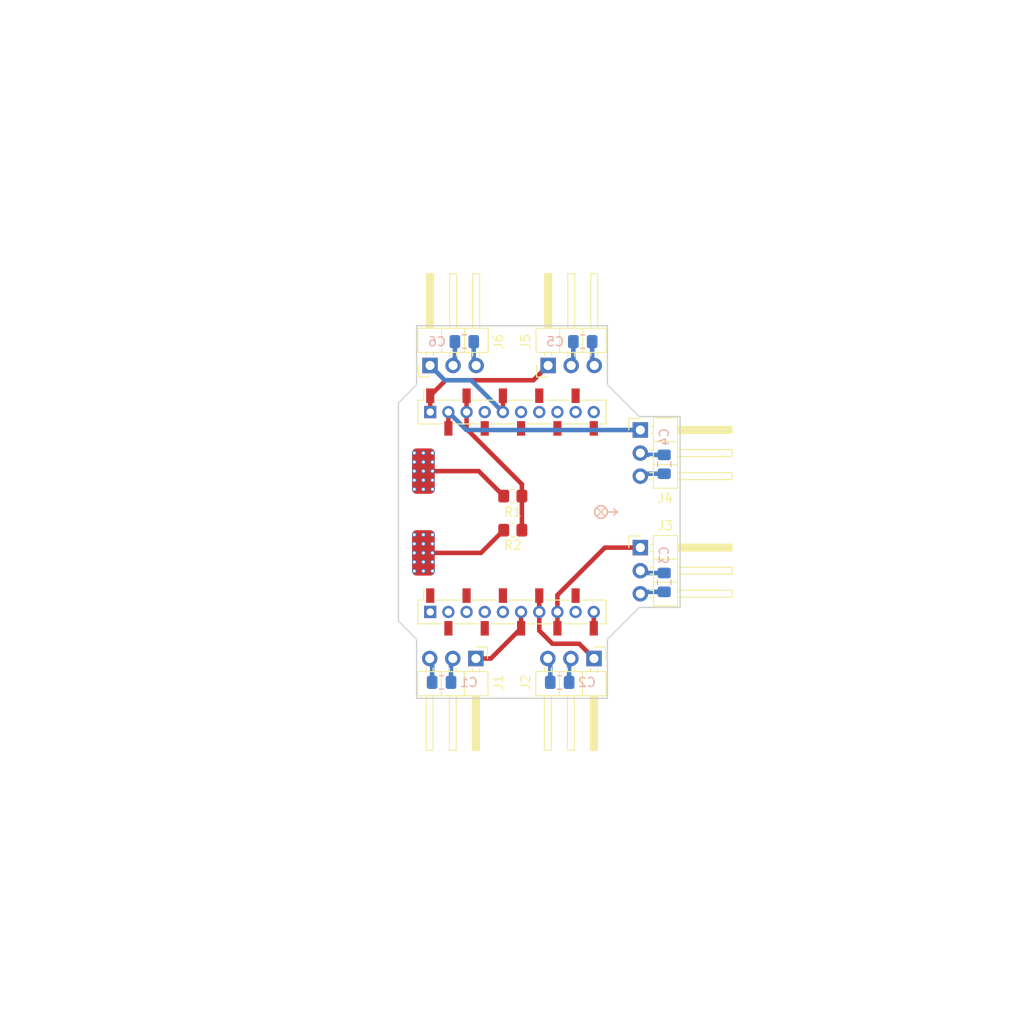
<source format=kicad_pcb>
(kicad_pcb (version 20241229) (generator "pcbnew") (generator_version "9.0")
  (title_block (title "Crazyflie 2.0 expansion template") (date "20 okt 2014") (rev "A") (company "Bitcraze AB") (comment 1 "Licensed under CC-BY 4.0"))
  (layers (0 "F.Cu" signal) (4 "In1.Cu" signal) (6 "In2.Cu" signal) (2 "B.Cu" signal) (13 "F.Paste" user) (15 "B.Paste" user) (5 "F.SilkS" user "F.Silkscreen") (7 "B.SilkS" user "B.Silkscreen") (1 "F.Mask" user) (3 "B.Mask" user) (25 "Edge.Cuts" user))
  (net 0 "")
  (net 1 "+BATT")
  (net 2 "/PWM1")
  (net 3 "GND")
  (net 4 "/PWM2")
  (net 5 "/PWM3")
  (net 6 "/PWM4")
  (net 7 "/PWM5")
  (net 8 "/PWM6")
  (net 24 "/VBAT_MONITOR")
  (footprint "bitcraze:EXP_ORIENTATION" (layer "F.Cu") (at 148.801 97.00092)
    (property "Reference" "EXP_ORIENTATION" (hide yes))
    (property "Value" "VAL**" (hide yes))
    (fp_line (start 0.7 0) (end 1.8 0) (stroke (width 0.15)) (layer "F.SilkS"))
    (fp_line (start 1.8 0) (end 1.4 -0.35) (stroke (width 0.15)) (layer "F.SilkS"))
    (fp_line (start 1.8 0) (end 1.4 0.35) (stroke (width 0.15)) (layer "F.SilkS"))
    (fp_circle (center 0 0) (end 0.075 0.025) (stroke (width 0.15)) (fill no) (layer "F.SilkS"))
    (fp_circle (center 0 0) (end 0.7 0.025) (stroke (width 0.15)) (fill no) (layer "F.SilkS"))
    (fp_line (start 0 0) (end -0.475 -0.475) (stroke (width 0.15)) (layer "B.SilkS"))
    (fp_line (start 0 0) (end -0.475 0.475) (stroke (width 0.15)) (layer "B.SilkS"))
    (fp_line (start 0 0) (end 0.475 -0.475) (stroke (width 0.15)) (layer "B.SilkS"))
    (fp_line (start 0 0) (end 0.475 0.475) (stroke (width 0.15)) (layer "B.SilkS"))
    (fp_line (start 0.7 0) (end 1.8 0) (stroke (width 0.15)) (layer "B.SilkS"))
    (fp_line (start 1.8 0) (end 1.4 -0.35) (stroke (width 0.15)) (layer "B.SilkS"))
    (fp_line (start 1.8 0) (end 1.4 0.35) (stroke (width 0.15)) (layer "B.SilkS"))
    (fp_circle (center 0 0) (end 0.7 0.025) (stroke (width 0.15)) (fill no) (layer "B.SilkS"))
  )
  (footprint "Connector_PinHeader_2.54mm:PinHeader_1x03_P2.54mm_Horizontal" (layer "F.Cu") (at 142.976 80.87592 90)
    (property "Reference" "J5" (at 2.625 -2.475 90) (layer "F.SilkS"))
    (property "Value" "Conn_01x03")
    (fp_line (start 4.1 -1.33) (end 1.44 -1.33) (stroke (width 0.12)) (layer "F.SilkS"))
    (fp_line (start 1.44 -1.33) (end 1.44 6.41) (stroke (width 0.12)) (layer "F.SilkS"))
    (fp_line (start -1.27 -1.27) (end 0 -1.27) (stroke (width 0.12)) (layer "F.SilkS"))
    (fp_line (start 10.1 -0.38) (end 10.1 0.38) (stroke (width 0.12)) (layer "F.SilkS"))
    (fp_line (start 4.1 -0.38) (end 10.1 -0.38) (stroke (width 0.12)) (layer "F.SilkS"))
    (fp_line (start 1.11 -0.38) (end 1.44 -0.38) (stroke (width 0.12)) (layer "F.SilkS"))
    (fp_line (start 4.1 -0.32) (end 10.1 -0.32) (stroke (width 0.12)) (layer "F.SilkS"))
    (fp_line (start 4.1 -0.2) (end 10.1 -0.2) (stroke (width 0.12)) (layer "F.SilkS"))
    (fp_line (start 4.1 -0.08) (end 10.1 -0.08) (stroke (width 0.12)) (layer "F.SilkS"))
    (fp_line (start -1.27 0) (end -1.27 -1.27) (stroke (width 0.12)) (layer "F.SilkS"))
    (fp_line (start 4.1 0.04) (end 10.1 0.04) (stroke (width 0.12)) (layer "F.SilkS"))
    (fp_line (start 4.1 0.16) (end 10.1 0.16) (stroke (width 0.12)) (layer "F.SilkS"))
    (fp_line (start 4.1 0.28) (end 10.1 0.28) (stroke (width 0.12)) (layer "F.SilkS"))
    (fp_line (start 10.1 0.38) (end 4.1 0.38) (stroke (width 0.12)) (layer "F.SilkS"))
    (fp_line (start 1.11 0.38) (end 1.44 0.38) (stroke (width 0.12)) (layer "F.SilkS"))
    (fp_line (start 1.44 1.27) (end 4.1 1.27) (stroke (width 0.12)) (layer "F.SilkS"))
    (fp_line (start 10.1 2.16) (end 10.1 2.92) (stroke (width 0.12)) (layer "F.SilkS"))
    (fp_line (start 4.1 2.16) (end 10.1 2.16) (stroke (width 0.12)) (layer "F.SilkS"))
    (fp_line (start 1.042929 2.16) (end 1.44 2.16) (stroke (width 0.12)) (layer "F.SilkS"))
    (fp_line (start 10.1 2.92) (end 4.1 2.92) (stroke (width 0.12)) (layer "F.SilkS"))
    (fp_line (start 1.042929 2.92) (end 1.44 2.92) (stroke (width 0.12)) (layer "F.SilkS"))
    (fp_line (start 1.44 3.81) (end 4.1 3.81) (stroke (width 0.12)) (layer "F.SilkS"))
    (fp_line (start 10.1 4.7) (end 10.1 5.46) (stroke (width 0.12)) (layer "F.SilkS"))
    (fp_line (start 4.1 4.7) (end 10.1 4.7) (stroke (width 0.12)) (layer "F.SilkS"))
    (fp_line (start 1.042929 4.7) (end 1.44 4.7) (stroke (width 0.12)) (layer "F.SilkS"))
    (fp_line (start 10.1 5.46) (end 4.1 5.46) (stroke (width 0.12)) (layer "F.SilkS"))
    (fp_line (start 1.042929 5.46) (end 1.44 5.46) (stroke (width 0.12)) (layer "F.SilkS"))
    (fp_line (start 4.1 6.41) (end 4.1 -1.33) (stroke (width 0.12)) (layer "F.SilkS"))
    (fp_line (start 1.44 6.41) (end 4.1 6.41) (stroke (width 0.12)) (layer "F.SilkS"))
    (pad "1" thru_hole rect (at 0 0 90) (size 1.7 1.7) (drill 1) (layers "*.Cu" "*.Mask") (net 7 "/PWM5"))
    (pad "2" thru_hole oval (at 0 2.54 90) (size 1.7 1.7) (drill 1) (layers "*.Cu" "*.Mask") (net 1 "+BATT"))
    (pad "3" thru_hole oval (at 0 5.08 90) (size 1.7 1.7) (drill 1) (layers "*.Cu" "*.Mask") (net 3 "GND"))
  )
  (footprint "Connector_PinHeader_2.54mm:PinHeader_1x03_P2.54mm_Horizontal" (layer "F.Cu") (at 153.126 100.92092)
    (property "Reference" "J3" (at 2.75 -2.42 0) (layer "F.SilkS"))
    (property "Value" "Conn_01x03")
    (fp_line (start -1.27 -1.27) (end 0 -1.27) (stroke (width 0.12)) (layer "F.SilkS"))
    (fp_line (start -1.27 0) (end -1.27 -1.27) (stroke (width 0.12)) (layer "F.SilkS"))
    (fp_line (start 1.042929 2.16) (end 1.44 2.16) (stroke (width 0.12)) (layer "F.SilkS"))
    (fp_line (start 1.042929 2.92) (end 1.44 2.92) (stroke (width 0.12)) (layer "F.SilkS"))
    (fp_line (start 1.042929 4.7) (end 1.44 4.7) (stroke (width 0.12)) (layer "F.SilkS"))
    (fp_line (start 1.042929 5.46) (end 1.44 5.46) (stroke (width 0.12)) (layer "F.SilkS"))
    (fp_line (start 1.11 -0.38) (end 1.44 -0.38) (stroke (width 0.12)) (layer "F.SilkS"))
    (fp_line (start 1.11 0.38) (end 1.44 0.38) (stroke (width 0.12)) (layer "F.SilkS"))
    (fp_line (start 1.44 -1.33) (end 1.44 6.41) (stroke (width 0.12)) (layer "F.SilkS"))
    (fp_line (start 1.44 1.27) (end 4.1 1.27) (stroke (width 0.12)) (layer "F.SilkS"))
    (fp_line (start 1.44 3.81) (end 4.1 3.81) (stroke (width 0.12)) (layer "F.SilkS"))
    (fp_line (start 1.44 6.41) (end 4.1 6.41) (stroke (width 0.12)) (layer "F.SilkS"))
    (fp_line (start 4.1 -1.33) (end 1.44 -1.33) (stroke (width 0.12)) (layer "F.SilkS"))
    (fp_line (start 4.1 -0.38) (end 10.1 -0.38) (stroke (width 0.12)) (layer "F.SilkS"))
    (fp_line (start 4.1 -0.32) (end 10.1 -0.32) (stroke (width 0.12)) (layer "F.SilkS"))
    (fp_line (start 4.1 -0.2) (end 10.1 -0.2) (stroke (width 0.12)) (layer "F.SilkS"))
    (fp_line (start 4.1 -0.08) (end 10.1 -0.08) (stroke (width 0.12)) (layer "F.SilkS"))
    (fp_line (start 4.1 0.04) (end 10.1 0.04) (stroke (width 0.12)) (layer "F.SilkS"))
    (fp_line (start 4.1 0.16) (end 10.1 0.16) (stroke (width 0.12)) (layer "F.SilkS"))
    (fp_line (start 4.1 0.28) (end 10.1 0.28) (stroke (width 0.12)) (layer "F.SilkS"))
    (fp_line (start 4.1 2.16) (end 10.1 2.16) (stroke (width 0.12)) (layer "F.SilkS"))
    (fp_line (start 4.1 4.7) (end 10.1 4.7) (stroke (width 0.12)) (layer "F.SilkS"))
    (fp_line (start 4.1 6.41) (end 4.1 -1.33) (stroke (width 0.12)) (layer "F.SilkS"))
    (fp_line (start 10.1 -0.38) (end 10.1 0.38) (stroke (width 0.12)) (layer "F.SilkS"))
    (fp_line (start 10.1 0.38) (end 4.1 0.38) (stroke (width 0.12)) (layer "F.SilkS"))
    (fp_line (start 10.1 2.16) (end 10.1 2.92) (stroke (width 0.12)) (layer "F.SilkS"))
    (fp_line (start 10.1 2.92) (end 4.1 2.92) (stroke (width 0.12)) (layer "F.SilkS"))
    (fp_line (start 10.1 4.7) (end 10.1 5.46) (stroke (width 0.12)) (layer "F.SilkS"))
    (fp_line (start 10.1 5.46) (end 4.1 5.46) (stroke (width 0.12)) (layer "F.SilkS"))
    (pad "1" thru_hole rect (at 0 0) (size 1.7 1.7) (drill 1) (layers "*.Cu" "*.Mask") (net 5 "/PWM3"))
    (pad "2" thru_hole oval (at 0 2.54) (size 1.7 1.7) (drill 1) (layers "*.Cu" "*.Mask") (net 1 "+BATT"))
    (pad "3" thru_hole oval (at 0 5.08) (size 1.7 1.7) (drill 1) (layers "*.Cu" "*.Mask") (net 3 "GND"))
  )
  (footprint "Crazyflie:Crazyflie_DeckHeader_2x10_P2.00_Vertical" (layer "F.Cu") (at 139.001 97.00092 90)
    (property "Reference" "J9" (hide yes))
    (property "Value" "Conn_02x10_Counter_Clockwise")
    (fp_line (start 12.31 -10.36) (end 12.31 -9.71) (stroke (width 0.12)) (layer "F.SilkS"))
    (fp_line (start 9.69 -10.36) (end 12.31 -10.36) (stroke (width 0.12)) (layer "F.SilkS"))
    (fp_line (start 9.69 -10.36) (end 9.69 -7.71) (stroke (width 0.12)) (layer "F.SilkS"))
    (fp_line (start -9.69 -10.36) (end -9.69 -9.71) (stroke (width 0.12)) (layer "F.SilkS"))
    (fp_line (start -12.31 -10.36) (end -9.69 -10.36) (stroke (width 0.12)) (layer "F.SilkS"))
    (fp_line (start -12.31 -10.36) (end -12.31 -7.71) (stroke (width 0.12)) (layer "F.SilkS"))
    (fp_line (start 12.31 -9.71) (end 13.54 -9.71) (stroke (width 0.12)) (layer "F.SilkS"))
    (fp_line (start -9.69 -9.71) (end -8.46 -9.71) (stroke (width 0.12)) (layer "F.SilkS"))
    (fp_line (start 12.31 -8.29) (end 12.31 -5.71) (stroke (width 0.12)) (layer "F.SilkS"))
    (fp_line (start -9.69 -8.29) (end -9.69 -5.71) (stroke (width 0.12)) (layer "F.SilkS"))
    (fp_line (start 9.69 -6.29) (end 9.69 -3.71) (stroke (width 0.12)) (layer "F.SilkS"))
    (fp_line (start -12.31 -6.29) (end -12.31 -3.71) (stroke (width 0.12)) (layer "F.SilkS"))
    (fp_line (start 12.31 -4.29) (end 12.31 -1.71) (stroke (width 0.12)) (layer "F.SilkS"))
    (fp_line (start -9.69 -4.29) (end -9.69 -1.71) (stroke (width 0.12)) (layer "F.SilkS"))
    (fp_line (start 9.69 -2.29) (end 9.69 0.29) (stroke (width 0.12)) (layer "F.SilkS"))
    (fp_line (start -12.31 -2.29) (end -12.31 0.29) (stroke (width 0.12)) (layer "F.SilkS"))
    (fp_line (start 12.31 -0.29) (end 12.31 2.29) (stroke (width 0.12)) (layer "F.SilkS"))
    (fp_line (start -9.69 -0.29) (end -9.69 2.29) (stroke (width 0.12)) (layer "F.SilkS"))
    (fp_line (start 9.69 1.71) (end 9.69 4.29) (stroke (width 0.12)) (layer "F.SilkS"))
    (fp_line (start -12.31 1.71) (end -12.31 4.29) (stroke (width 0.12)) (layer "F.SilkS"))
    (fp_line (start 12.31 3.71) (end 12.31 6.29) (stroke (width 0.12)) (layer "F.SilkS"))
    (fp_line (start -9.69 3.71) (end -9.69 6.29) (stroke (width 0.12)) (layer "F.SilkS"))
    (fp_line (start 9.69 5.71) (end 9.69 8.29) (stroke (width 0.12)) (layer "F.SilkS"))
    (fp_line (start -12.31 5.71) (end -12.31 8.29) (stroke (width 0.12)) (layer "F.SilkS"))
    (fp_line (start 12.31 7.71) (end 12.31 10.36) (stroke (width 0.12)) (layer "F.SilkS"))
    (fp_line (start -9.69 7.71) (end -9.69 10.36) (stroke (width 0.12)) (layer "F.SilkS"))
    (fp_line (start 9.69 9.71) (end 9.69 10.36) (stroke (width 0.12)) (layer "F.SilkS"))
    (fp_line (start -12.31 9.71) (end -12.31 10.36) (stroke (width 0.12)) (layer "F.SilkS"))
    (fp_line (start 9.69 10.36) (end 12.31 10.36) (stroke (width 0.12)) (layer "F.SilkS"))
    (fp_line (start -12.31 10.36) (end -9.69 10.36) (stroke (width 0.12)) (layer "F.SilkS"))
    (pad "1" thru_hole rect (at -11 -9 90) (size 1.35 1.35) (drill 0.8) (layers "*.Cu" "*.Mask"))
    (pad "1" smd rect (at -9.2 -9 90) (size 1.6 0.9) (layers "F.Cu" "F.Mask" "F.Paste"))
    (pad "2" smd rect (at -12.8 -7 90) (size 1.6 0.9) (layers "F.Cu" "F.Mask" "F.Paste"))
    (pad "2" thru_hole oval (at -11 -7 90) (size 1.35 1.35) (drill 0.8) (layers "*.Cu" "*.Mask"))
    (pad "3" thru_hole oval (at -11 -5 90) (size 1.35 1.35) (drill 0.8) (layers "*.Cu" "*.Mask"))
    (pad "3" smd rect (at -9.2 -5 90) (size 1.6 0.9) (layers "F.Cu" "F.Mask" "F.Paste"))
    (pad "4" smd rect (at -12.8 -3 90) (size 1.6 0.9) (layers "F.Cu" "F.Mask" "F.Paste"))
    (pad "4" thru_hole oval (at -11 -3 90) (size 1.35 1.35) (drill 0.8) (layers "*.Cu" "*.Mask"))
    (pad "5" thru_hole oval (at -11 -1 90) (size 1.35 1.35) (drill 0.8) (layers "*.Cu" "*.Mask"))
    (pad "5" smd rect (at -9.2 -1 90) (size 1.6 0.9) (layers "F.Cu" "F.Mask" "F.Paste"))
    (pad "6" smd rect (at -12.8 1 90) (size 1.6 0.9) (layers "F.Cu" "F.Mask" "F.Paste") (net 2 "/PWM1"))
    (pad "6" thru_hole oval (at -11 1 90) (size 1.35 1.35) (drill 0.8) (layers "*.Cu" "*.Mask") (net 2 "/PWM1"))
    (pad "7" thru_hole oval (at -11 3 90) (size 1.35 1.35) (drill 0.8) (layers "*.Cu" "*.Mask") (net 4 "/PWM2"))
    (pad "7" smd rect (at -9.2 3 90) (size 1.6 0.9) (layers "F.Cu" "F.Mask" "F.Paste") (net 4 "/PWM2"))
    (pad "8" smd rect (at -12.8 5 90) (size 1.6 0.9) (layers "F.Cu" "F.Mask" "F.Paste") (net 5 "/PWM3"))
    (pad "8" thru_hole oval (at -11 5 90) (size 1.35 1.35) (drill 0.8) (layers "*.Cu" "*.Mask") (net 5 "/PWM3"))
    (pad "9" thru_hole oval (at -11 7 90) (size 1.35 1.35) (drill 0.8) (layers "*.Cu" "*.Mask"))
    (pad "9" smd rect (at -9.2 7 90) (size 1.6 0.9) (layers "F.Cu" "F.Mask" "F.Paste"))
    (pad "10" smd rect (at -12.8 9 90) (size 1.6 0.9) (layers "F.Cu" "F.Mask" "F.Paste") (net 3 "GND"))
    (pad "10" thru_hole oval (at -11 9 90) (size 1.35 1.35) (drill 0.8) (layers "*.Cu" "*.Mask") (net 3 "GND"))
    (pad "11" smd rect (at 9.2 9 90) (size 1.6 0.9) (layers "F.Cu" "F.Mask" "F.Paste"))
    (pad "11" thru_hole oval (at 11 9 90) (size 1.35 1.35) (drill 0.8) (layers "*.Cu" "*.Mask"))
    (pad "12" thru_hole oval (at 11 7 90) (size 1.35 1.35) (drill 0.8) (layers "*.Cu" "*.Mask"))
    (pad "12" smd rect (at 12.8 7 90) (size 1.6 0.9) (layers "F.Cu" "F.Mask" "F.Paste"))
    (pad "13" smd rect (at 9.2 5 90) (size 1.6 0.9) (layers "F.Cu" "F.Mask" "F.Paste"))
    (pad "13" thru_hole oval (at 11 5 90) (size 1.35 1.35) (drill 0.8) (layers "*.Cu" "*.Mask"))
    (pad "14" thru_hole oval (at 11 3 90) (size 1.35 1.35) (drill 0.8) (layers "*.Cu" "*.Mask"))
    (pad "14" smd rect (at 12.8 3 90) (size 1.6 0.9) (layers "F.Cu" "F.Mask" "F.Paste"))
    (pad "15" smd rect (at 9.2 1 90) (size 1.6 0.9) (layers "F.Cu" "F.Mask" "F.Paste"))
    (pad "15" thru_hole oval (at 11 1 90) (size 1.35 1.35) (drill 0.8) (layers "*.Cu" "*.Mask"))
    (pad "16" thru_hole oval (at 11 -1 90) (size 1.35 1.35) (drill 0.8) (layers "*.Cu" "*.Mask") (net 8 "/PWM6"))
    (pad "16" smd rect (at 12.8 -1 90) (size 1.6 0.9) (layers "F.Cu" "F.Mask" "F.Paste") (net 8 "/PWM6"))
    (pad "17" smd rect (at 9.2 -3 90) (size 1.6 0.9) (layers "F.Cu" "F.Mask" "F.Paste"))
    (pad "17" thru_hole oval (at 11 -3 90) (size 1.35 1.35) (drill 0.8) (layers "*.Cu" "*.Mask"))
    (pad "18" thru_hole oval (at 11 -5 90) (size 1.35 1.35) (drill 0.8) (layers "*.Cu" "*.Mask") (net 24 "/VBAT_MONITOR"))
    (pad "18" smd rect (at 12.8 -5 90) (size 1.6 0.9) (layers "F.Cu" "F.Mask" "F.Paste") (net 24 "/VBAT_MONITOR"))
    (pad "19" smd rect (at 9.2 -7 90) (size 1.6 0.9) (layers "F.Cu" "F.Mask" "F.Paste") (net 6 "/PWM4"))
    (pad "19" thru_hole oval (at 11 -7 90) (size 1.35 1.35) (drill 0.8) (layers "*.Cu" "*.Mask") (net 6 "/PWM4"))
    (pad "20" thru_hole rect (at 11 -9 90) (size 1.35 1.35) (drill 0.8) (layers "*.Cu" "*.Mask") (net 7 "/PWM5"))
    (pad "20" smd rect (at 12.8 -9 90) (size 1.6 0.9) (layers "F.Cu" "F.Mask" "F.Paste") (net 7 "/PWM5"))
  )
  (footprint "Crazyflie:Servo_Power_GND_2.0x1.5mm" (layer "F.Cu") (at 129.251 101.50092 90)
    (property "Reference" "J8" (hide yes))
    (property "Value" "Conn_01x01")
    (pad "1" thru_hole circle (at -2 -1 90) (size 0.5 0.5) (drill 0.3) (layers "*.Cu" "F.Mask") (net 3 "GND"))
    (pad "1" thru_hole circle (at -2 0 90) (size 0.5 0.5) (drill 0.3) (layers "*.Cu" "F.Mask") (net 3 "GND"))
    (pad "1" thru_hole circle (at -2 1 90) (size 0.5 0.5) (drill 0.3) (layers "*.Cu" "F.Mask") (net 3 "GND"))
    (pad "1" thru_hole circle (at -1 -1 90) (size 0.5 0.5) (drill 0.3) (layers "*.Cu" "F.Mask") (net 3 "GND"))
    (pad "1" thru_hole circle (at -1 0 90) (size 0.5 0.5) (drill 0.3) (layers "*.Cu" "F.Mask") (net 3 "GND"))
    (pad "1" thru_hole circle (at -1 1 90) (size 0.5 0.5) (drill 0.3) (layers "*.Cu" "F.Mask") (net 3 "GND"))
    (pad "1" thru_hole circle (at 0 -1 90) (size 0.5 0.5) (drill 0.3) (layers "*.Cu" "F.Mask") (net 3 "GND"))
    (pad "1" thru_hole circle (at 0 0 90) (size 0.5 0.5) (drill 0.3) (layers "*.Cu" "F.Mask") (net 3 "GND"))
    (pad "1" smd roundrect (at 0 0 90) (size 5 2.5) (layers "F.Cu" "F.Mask") (roundrect_rratio 0.2) (net 3 "GND"))
    (pad "1" thru_hole circle (at 0 1 90) (size 0.5 0.5) (drill 0.3) (layers "*.Cu" "F.Mask") (net 3 "GND"))
    (pad "1" thru_hole circle (at 1 -1 90) (size 0.5 0.5) (drill 0.3) (layers "*.Cu" "F.Mask") (net 3 "GND"))
    (pad "1" thru_hole circle (at 1 0 90) (size 0.5 0.5) (drill 0.3) (layers "*.Cu" "F.Mask") (net 3 "GND"))
    (pad "1" thru_hole circle (at 1 1 90) (size 0.5 0.5) (drill 0.3) (layers "*.Cu" "F.Mask") (net 3 "GND"))
    (pad "1" thru_hole circle (at 2 -1 90) (size 0.5 0.5) (drill 0.3) (layers "*.Cu" "F.Mask") (net 3 "GND"))
    (pad "1" thru_hole circle (at 2 0 90) (size 0.5 0.5) (drill 0.3) (layers "*.Cu" "F.Mask") (net 3 "GND"))
    (pad "1" thru_hole circle (at 2 1 90) (size 0.5 0.5) (drill 0.3) (layers "*.Cu" "F.Mask") (net 3 "GND"))
  )
  (footprint "Crazyflie:Servo_Power_GND_2.0x1.5mm" (layer "F.Cu") (at 129.251 92.50092 -90)
    (property "Reference" "J7" (hide yes))
    (property "Value" "Conn_01x01")
    (pad "1" thru_hole circle (at -2 -1 270) (size 0.5 0.5) (drill 0.3) (layers "*.Cu" "F.Mask") (net 1 "+BATT"))
    (pad "1" thru_hole circle (at -2 0 270) (size 0.5 0.5) (drill 0.3) (layers "*.Cu" "F.Mask") (net 1 "+BATT"))
    (pad "1" thru_hole circle (at -2 1 270) (size 0.5 0.5) (drill 0.3) (layers "*.Cu" "F.Mask") (net 1 "+BATT"))
    (pad "1" thru_hole circle (at -1 -1 270) (size 0.5 0.5) (drill 0.3) (layers "*.Cu" "F.Mask") (net 1 "+BATT"))
    (pad "1" thru_hole circle (at -1 0 270) (size 0.5 0.5) (drill 0.3) (layers "*.Cu" "F.Mask") (net 1 "+BATT"))
    (pad "1" thru_hole circle (at -1 1 270) (size 0.5 0.5) (drill 0.3) (layers "*.Cu" "F.Mask") (net 1 "+BATT"))
    (pad "1" thru_hole circle (at 0 -1 270) (size 0.5 0.5) (drill 0.3) (layers "*.Cu" "F.Mask") (net 1 "+BATT"))
    (pad "1" thru_hole circle (at 0 0 270) (size 0.5 0.5) (drill 0.3) (layers "*.Cu" "F.Mask") (net 1 "+BATT"))
    (pad "1" smd roundrect (at 0 0 270) (size 5 2.5) (layers "F.Cu" "F.Mask") (roundrect_rratio 0.2) (net 1 "+BATT"))
    (pad "1" thru_hole circle (at 0 1 270) (size 0.5 0.5) (drill 0.3) (layers "*.Cu" "F.Mask") (net 1 "+BATT"))
    (pad "1" thru_hole circle (at 1 -1 270) (size 0.5 0.5) (drill 0.3) (layers "*.Cu" "F.Mask") (net 1 "+BATT"))
    (pad "1" thru_hole circle (at 1 0 270) (size 0.5 0.5) (drill 0.3) (layers "*.Cu" "F.Mask") (net 1 "+BATT"))
    (pad "1" thru_hole circle (at 1 1 270) (size 0.5 0.5) (drill 0.3) (layers "*.Cu" "F.Mask") (net 1 "+BATT"))
    (pad "1" thru_hole circle (at 2 -1 270) (size 0.5 0.5) (drill 0.3) (layers "*.Cu" "F.Mask") (net 1 "+BATT"))
    (pad "1" thru_hole circle (at 2 0 270) (size 0.5 0.5) (drill 0.3) (layers "*.Cu" "F.Mask") (net 1 "+BATT"))
    (pad "1" thru_hole circle (at 2 1 270) (size 0.5 0.5) (drill 0.3) (layers "*.Cu" "F.Mask") (net 1 "+BATT"))
  )
  (footprint "Connector_PinHeader_2.54mm:PinHeader_1x03_P2.54mm_Horizontal" (layer "F.Cu") (at 153.126 87.97592)
    (property "Reference" "J4" (at 2.75 7.525 0) (layer "F.SilkS"))
    (property "Value" "Conn_01x03")
    (fp_line (start -1.27 -1.27) (end 0 -1.27) (stroke (width 0.12)) (layer "F.SilkS"))
    (fp_line (start -1.27 0) (end -1.27 -1.27) (stroke (width 0.12)) (layer "F.SilkS"))
    (fp_line (start 1.042929 2.16) (end 1.44 2.16) (stroke (width 0.12)) (layer "F.SilkS"))
    (fp_line (start 1.042929 2.92) (end 1.44 2.92) (stroke (width 0.12)) (layer "F.SilkS"))
    (fp_line (start 1.042929 4.7) (end 1.44 4.7) (stroke (width 0.12)) (layer "F.SilkS"))
    (fp_line (start 1.042929 5.46) (end 1.44 5.46) (stroke (width 0.12)) (layer "F.SilkS"))
    (fp_line (start 1.11 -0.38) (end 1.44 -0.38) (stroke (width 0.12)) (layer "F.SilkS"))
    (fp_line (start 1.11 0.38) (end 1.44 0.38) (stroke (width 0.12)) (layer "F.SilkS"))
    (fp_line (start 1.44 -1.33) (end 1.44 6.41) (stroke (width 0.12)) (layer "F.SilkS"))
    (fp_line (start 1.44 1.27) (end 4.1 1.27) (stroke (width 0.12)) (layer "F.SilkS"))
    (fp_line (start 1.44 3.81) (end 4.1 3.81) (stroke (width 0.12)) (layer "F.SilkS"))
    (fp_line (start 1.44 6.41) (end 4.1 6.41) (stroke (width 0.12)) (layer "F.SilkS"))
    (fp_line (start 4.1 -1.33) (end 1.44 -1.33) (stroke (width 0.12)) (layer "F.SilkS"))
    (fp_line (start 4.1 -0.38) (end 10.1 -0.38) (stroke (width 0.12)) (layer "F.SilkS"))
    (fp_line (start 4.1 -0.32) (end 10.1 -0.32) (stroke (width 0.12)) (layer "F.SilkS"))
    (fp_line (start 4.1 -0.2) (end 10.1 -0.2) (stroke (width 0.12)) (layer "F.SilkS"))
    (fp_line (start 4.1 -0.08) (end 10.1 -0.08) (stroke (width 0.12)) (layer "F.SilkS"))
    (fp_line (start 4.1 0.04) (end 10.1 0.04) (stroke (width 0.12)) (layer "F.SilkS"))
    (fp_line (start 4.1 0.16) (end 10.1 0.16) (stroke (width 0.12)) (layer "F.SilkS"))
    (fp_line (start 4.1 0.28) (end 10.1 0.28) (stroke (width 0.12)) (layer "F.SilkS"))
    (fp_line (start 4.1 2.16) (end 10.1 2.16) (stroke (width 0.12)) (layer "F.SilkS"))
    (fp_line (start 4.1 4.7) (end 10.1 4.7) (stroke (width 0.12)) (layer "F.SilkS"))
    (fp_line (start 4.1 6.41) (end 4.1 -1.33) (stroke (width 0.12)) (layer "F.SilkS"))
    (fp_line (start 10.1 -0.38) (end 10.1 0.38) (stroke (width 0.12)) (layer "F.SilkS"))
    (fp_line (start 10.1 0.38) (end 4.1 0.38) (stroke (width 0.12)) (layer "F.SilkS"))
    (fp_line (start 10.1 2.16) (end 10.1 2.92) (stroke (width 0.12)) (layer "F.SilkS"))
    (fp_line (start 10.1 2.92) (end 4.1 2.92) (stroke (width 0.12)) (layer "F.SilkS"))
    (fp_line (start 10.1 4.7) (end 10.1 5.46) (stroke (width 0.12)) (layer "F.SilkS"))
    (fp_line (start 10.1 5.46) (end 4.1 5.46) (stroke (width 0.12)) (layer "F.SilkS"))
    (pad "1" thru_hole rect (at 0 0) (size 1.7 1.7) (drill 1) (layers "*.Cu" "*.Mask") (net 6 "/PWM4"))
    (pad "2" thru_hole oval (at 0 2.54) (size 1.7 1.7) (drill 1) (layers "*.Cu" "*.Mask") (net 1 "+BATT"))
    (pad "3" thru_hole oval (at 0 5.08) (size 1.7 1.7) (drill 1) (layers "*.Cu" "*.Mask") (net 3 "GND"))
  )
  (footprint "Connector_PinHeader_2.54mm:PinHeader_1x03_P2.54mm_Horizontal" (layer "F.Cu") (at 148.026 113.12592 -90)
    (property "Reference" "J2" (at 2.625 7.525 90) (layer "F.SilkS"))
    (property "Value" "Conn_01x03")
    (fp_line (start 1.44 6.41) (end 4.1 6.41) (stroke (width 0.12)) (layer "F.SilkS"))
    (fp_line (start 4.1 6.41) (end 4.1 -1.33) (stroke (width 0.12)) (layer "F.SilkS"))
    (fp_line (start 1.042929 5.46) (end 1.44 5.46) (stroke (width 0.12)) (layer "F.SilkS"))
    (fp_line (start 10.1 5.46) (end 4.1 5.46) (stroke (width 0.12)) (layer "F.SilkS"))
    (fp_line (start 1.042929 4.7) (end 1.44 4.7) (stroke (width 0.12)) (layer "F.SilkS"))
    (fp_line (start 4.1 4.7) (end 10.1 4.7) (stroke (width 0.12)) (layer "F.SilkS"))
    (fp_line (start 10.1 4.7) (end 10.1 5.46) (stroke (width 0.12)) (layer "F.SilkS"))
    (fp_line (start 1.44 3.81) (end 4.1 3.81) (stroke (width 0.12)) (layer "F.SilkS"))
    (fp_line (start 1.042929 2.92) (end 1.44 2.92) (stroke (width 0.12)) (layer "F.SilkS"))
    (fp_line (start 10.1 2.92) (end 4.1 2.92) (stroke (width 0.12)) (layer "F.SilkS"))
    (fp_line (start 1.042929 2.16) (end 1.44 2.16) (stroke (width 0.12)) (layer "F.SilkS"))
    (fp_line (start 4.1 2.16) (end 10.1 2.16) (stroke (width 0.12)) (layer "F.SilkS"))
    (fp_line (start 10.1 2.16) (end 10.1 2.92) (stroke (width 0.12)) (layer "F.SilkS"))
    (fp_line (start 1.44 1.27) (end 4.1 1.27) (stroke (width 0.12)) (layer "F.SilkS"))
    (fp_line (start 1.11 0.38) (end 1.44 0.38) (stroke (width 0.12)) (layer "F.SilkS"))
    (fp_line (start 10.1 0.38) (end 4.1 0.38) (stroke (width 0.12)) (layer "F.SilkS"))
    (fp_line (start 4.1 0.28) (end 10.1 0.28) (stroke (width 0.12)) (layer "F.SilkS"))
    (fp_line (start 4.1 0.16) (end 10.1 0.16) (stroke (width 0.12)) (layer "F.SilkS"))
    (fp_line (start 4.1 0.04) (end 10.1 0.04) (stroke (width 0.12)) (layer "F.SilkS"))
    (fp_line (start -1.27 0) (end -1.27 -1.27) (stroke (width 0.12)) (layer "F.SilkS"))
    (fp_line (start 4.1 -0.08) (end 10.1 -0.08) (stroke (width 0.12)) (layer "F.SilkS"))
    (fp_line (start 4.1 -0.2) (end 10.1 -0.2) (stroke (width 0.12)) (layer "F.SilkS"))
    (fp_line (start 4.1 -0.32) (end 10.1 -0.32) (stroke (width 0.12)) (layer "F.SilkS"))
    (fp_line (start 1.11 -0.38) (end 1.44 -0.38) (stroke (width 0.12)) (layer "F.SilkS"))
    (fp_line (start 4.1 -0.38) (end 10.1 -0.38) (stroke (width 0.12)) (layer "F.SilkS"))
    (fp_line (start 10.1 -0.38) (end 10.1 0.38) (stroke (width 0.12)) (layer "F.SilkS"))
    (fp_line (start -1.27 -1.27) (end 0 -1.27) (stroke (width 0.12)) (layer "F.SilkS"))
    (fp_line (start 1.44 -1.33) (end 1.44 6.41) (stroke (width 0.12)) (layer "F.SilkS"))
    (fp_line (start 4.1 -1.33) (end 1.44 -1.33) (stroke (width 0.12)) (layer "F.SilkS"))
    (pad "1" thru_hole rect (at 0 0 270) (size 1.7 1.7) (drill 1) (layers "*.Cu" "*.Mask") (net 4 "/PWM2"))
    (pad "2" thru_hole oval (at 0 2.54 270) (size 1.7 1.7) (drill 1) (layers "*.Cu" "*.Mask") (net 1 "+BATT"))
    (pad "3" thru_hole oval (at 0 5.08 270) (size 1.7 1.7) (drill 1) (layers "*.Cu" "*.Mask") (net 3 "GND"))
  )
  (footprint "Resistor_SMD:R_0805_2012Metric_Pad1.20x1.40mm_HandSolder" (layer "F.Cu") (at 139.0885 99.00092 180)
    (property "Reference" "R2" (at 0 -1.65 0) (layer "F.SilkS"))
    (property "Value" "100k")
    (fp_line (start -0.227064 0.735) (end 0.227064 0.735) (stroke (width 0.12)) (layer "F.SilkS"))
    (fp_line (start -0.227064 -0.735) (end 0.227064 -0.735) (stroke (width 0.12)) (layer "F.SilkS"))
    (pad "1" smd roundrect (at -1 0 180) (size 1.2 1.4) (layers "F.Cu" "F.Mask" "F.Paste") (roundrect_rratio 0.208333) (net 24 "/VBAT_MONITOR"))
    (pad "2" smd roundrect (at 1 0 180) (size 1.2 1.4) (layers "F.Cu" "F.Mask" "F.Paste") (roundrect_rratio 0.208333) (net 3 "GND"))
  )
  (footprint "Connector_PinHeader_2.54mm:PinHeader_1x03_P2.54mm_Horizontal" (layer "F.Cu") (at 129.976 80.87592 90)
    (property "Reference" "J6" (at 2.625 7.525 90) (layer "F.SilkS"))
    (property "Value" "Conn_01x03")
    (fp_line (start 4.1 -1.33) (end 1.44 -1.33) (stroke (width 0.12)) (layer "F.SilkS"))
    (fp_line (start 1.44 -1.33) (end 1.44 6.41) (stroke (width 0.12)) (layer "F.SilkS"))
    (fp_line (start -1.27 -1.27) (end 0 -1.27) (stroke (width 0.12)) (layer "F.SilkS"))
    (fp_line (start 10.1 -0.38) (end 10.1 0.38) (stroke (width 0.12)) (layer "F.SilkS"))
    (fp_line (start 4.1 -0.38) (end 10.1 -0.38) (stroke (width 0.12)) (layer "F.SilkS"))
    (fp_line (start 1.11 -0.38) (end 1.44 -0.38) (stroke (width 0.12)) (layer "F.SilkS"))
    (fp_line (start 4.1 -0.32) (end 10.1 -0.32) (stroke (width 0.12)) (layer "F.SilkS"))
    (fp_line (start 4.1 -0.2) (end 10.1 -0.2) (stroke (width 0.12)) (layer "F.SilkS"))
    (fp_line (start 4.1 -0.08) (end 10.1 -0.08) (stroke (width 0.12)) (layer "F.SilkS"))
    (fp_line (start -1.27 0) (end -1.27 -1.27) (stroke (width 0.12)) (layer "F.SilkS"))
    (fp_line (start 4.1 0.04) (end 10.1 0.04) (stroke (width 0.12)) (layer "F.SilkS"))
    (fp_line (start 4.1 0.16) (end 10.1 0.16) (stroke (width 0.12)) (layer "F.SilkS"))
    (fp_line (start 4.1 0.28) (end 10.1 0.28) (stroke (width 0.12)) (layer "F.SilkS"))
    (fp_line (start 10.1 0.38) (end 4.1 0.38) (stroke (width 0.12)) (layer "F.SilkS"))
    (fp_line (start 1.11 0.38) (end 1.44 0.38) (stroke (width 0.12)) (layer "F.SilkS"))
    (fp_line (start 1.44 1.27) (end 4.1 1.27) (stroke (width 0.12)) (layer "F.SilkS"))
    (fp_line (start 10.1 2.16) (end 10.1 2.92) (stroke (width 0.12)) (layer "F.SilkS"))
    (fp_line (start 4.1 2.16) (end 10.1 2.16) (stroke (width 0.12)) (layer "F.SilkS"))
    (fp_line (start 1.042929 2.16) (end 1.44 2.16) (stroke (width 0.12)) (layer "F.SilkS"))
    (fp_line (start 10.1 2.92) (end 4.1 2.92) (stroke (width 0.12)) (layer "F.SilkS"))
    (fp_line (start 1.042929 2.92) (end 1.44 2.92) (stroke (width 0.12)) (layer "F.SilkS"))
    (fp_line (start 1.44 3.81) (end 4.1 3.81) (stroke (width 0.12)) (layer "F.SilkS"))
    (fp_line (start 10.1 4.7) (end 10.1 5.46) (stroke (width 0.12)) (layer "F.SilkS"))
    (fp_line (start 4.1 4.7) (end 10.1 4.7) (stroke (width 0.12)) (layer "F.SilkS"))
    (fp_line (start 1.042929 4.7) (end 1.44 4.7) (stroke (width 0.12)) (layer "F.SilkS"))
    (fp_line (start 10.1 5.46) (end 4.1 5.46) (stroke (width 0.12)) (layer "F.SilkS"))
    (fp_line (start 1.042929 5.46) (end 1.44 5.46) (stroke (width 0.12)) (layer "F.SilkS"))
    (fp_line (start 4.1 6.41) (end 4.1 -1.33) (stroke (width 0.12)) (layer "F.SilkS"))
    (fp_line (start 1.44 6.41) (end 4.1 6.41) (stroke (width 0.12)) (layer "F.SilkS"))
    (pad "1" thru_hole rect (at 0 0 90) (size 1.7 1.7) (drill 1) (layers "*.Cu" "*.Mask") (net 8 "/PWM6"))
    (pad "2" thru_hole oval (at 0 2.54 90) (size 1.7 1.7) (drill 1) (layers "*.Cu" "*.Mask") (net 1 "+BATT"))
    (pad "3" thru_hole oval (at 0 5.08 90) (size 1.7 1.7) (drill 1) (layers "*.Cu" "*.Mask") (net 3 "GND"))
  )
  (footprint "Connector_PinHeader_2.54mm:PinHeader_1x03_P2.54mm_Horizontal" (layer "F.Cu") (at 135.026 113.12592 -90)
    (property "Reference" "J1" (at 2.625 -2.475 90) (layer "F.SilkS"))
    (property "Value" "Conn_01x03")
    (fp_line (start 1.44 6.41) (end 4.1 6.41) (stroke (width 0.12)) (layer "F.SilkS"))
    (fp_line (start 4.1 6.41) (end 4.1 -1.33) (stroke (width 0.12)) (layer "F.SilkS"))
    (fp_line (start 1.042929 5.46) (end 1.44 5.46) (stroke (width 0.12)) (layer "F.SilkS"))
    (fp_line (start 10.1 5.46) (end 4.1 5.46) (stroke (width 0.12)) (layer "F.SilkS"))
    (fp_line (start 1.042929 4.7) (end 1.44 4.7) (stroke (width 0.12)) (layer "F.SilkS"))
    (fp_line (start 4.1 4.7) (end 10.1 4.7) (stroke (width 0.12)) (layer "F.SilkS"))
    (fp_line (start 10.1 4.7) (end 10.1 5.46) (stroke (width 0.12)) (layer "F.SilkS"))
    (fp_line (start 1.44 3.81) (end 4.1 3.81) (stroke (width 0.12)) (layer "F.SilkS"))
    (fp_line (start 1.042929 2.92) (end 1.44 2.92) (stroke (width 0.12)) (layer "F.SilkS"))
    (fp_line (start 10.1 2.92) (end 4.1 2.92) (stroke (width 0.12)) (layer "F.SilkS"))
    (fp_line (start 1.042929 2.16) (end 1.44 2.16) (stroke (width 0.12)) (layer "F.SilkS"))
    (fp_line (start 4.1 2.16) (end 10.1 2.16) (stroke (width 0.12)) (layer "F.SilkS"))
    (fp_line (start 10.1 2.16) (end 10.1 2.92) (stroke (width 0.12)) (layer "F.SilkS"))
    (fp_line (start 1.44 1.27) (end 4.1 1.27) (stroke (width 0.12)) (layer "F.SilkS"))
    (fp_line (start 1.11 0.38) (end 1.44 0.38) (stroke (width 0.12)) (layer "F.SilkS"))
    (fp_line (start 10.1 0.38) (end 4.1 0.38) (stroke (width 0.12)) (layer "F.SilkS"))
    (fp_line (start 4.1 0.28) (end 10.1 0.28) (stroke (width 0.12)) (layer "F.SilkS"))
    (fp_line (start 4.1 0.16) (end 10.1 0.16) (stroke (width 0.12)) (layer "F.SilkS"))
    (fp_line (start 4.1 0.04) (end 10.1 0.04) (stroke (width 0.12)) (layer "F.SilkS"))
    (fp_line (start -1.27 0) (end -1.27 -1.27) (stroke (width 0.12)) (layer "F.SilkS"))
    (fp_line (start 4.1 -0.08) (end 10.1 -0.08) (stroke (width 0.12)) (layer "F.SilkS"))
    (fp_line (start 4.1 -0.2) (end 10.1 -0.2) (stroke (width 0.12)) (layer "F.SilkS"))
    (fp_line (start 4.1 -0.32) (end 10.1 -0.32) (stroke (width 0.12)) (layer "F.SilkS"))
    (fp_line (start 1.11 -0.38) (end 1.44 -0.38) (stroke (width 0.12)) (layer "F.SilkS"))
    (fp_line (start 4.1 -0.38) (end 10.1 -0.38) (stroke (width 0.12)) (layer "F.SilkS"))
    (fp_line (start 10.1 -0.38) (end 10.1 0.38) (stroke (width 0.12)) (layer "F.SilkS"))
    (fp_line (start -1.27 -1.27) (end 0 -1.27) (stroke (width 0.12)) (layer "F.SilkS"))
    (fp_line (start 1.44 -1.33) (end 1.44 6.41) (stroke (width 0.12)) (layer "F.SilkS"))
    (fp_line (start 4.1 -1.33) (end 1.44 -1.33) (stroke (width 0.12)) (layer "F.SilkS"))
    (pad "1" thru_hole rect (at 0 0 270) (size 1.7 1.7) (drill 1) (layers "*.Cu" "*.Mask") (net 2 "/PWM1"))
    (pad "2" thru_hole oval (at 0 2.54 270) (size 1.7 1.7) (drill 1) (layers "*.Cu" "*.Mask") (net 1 "+BATT"))
    (pad "3" thru_hole oval (at 0 5.08 270) (size 1.7 1.7) (drill 1) (layers "*.Cu" "*.Mask") (net 3 "GND"))
  )
  (footprint "Resistor_SMD:R_0805_2012Metric_Pad1.20x1.40mm_HandSolder" (layer "F.Cu") (at 139.0885 95.25092)
    (property "Reference" "R1" (at 0 1.75 0) (layer "F.SilkS"))
    (property "Value" "200k")
    (fp_line (start -0.227064 -0.735) (end 0.227064 -0.735) (stroke (width 0.12)) (layer "F.SilkS"))
    (fp_line (start -0.227064 0.735) (end 0.227064 0.735) (stroke (width 0.12)) (layer "F.SilkS"))
    (pad "1" smd roundrect (at -1 0) (size 1.2 1.4) (layers "F.Cu" "F.Mask" "F.Paste") (roundrect_rratio 0.208333) (net 1 "+BATT"))
    (pad "2" smd roundrect (at 1 0) (size 1.2 1.4) (layers "F.Cu" "F.Mask" "F.Paste") (roundrect_rratio 0.208333) (net 24 "/VBAT_MONITOR"))
  )
  (footprint "Capacitor_SMD:C_0805_2012Metric_Pad1.18x1.45mm_HandSolder" (layer "B.Cu") (at 146.7885 78.25092)
    (property "Reference" "C5" (at -3.0375 0 0) (layer "B.SilkS") (effects (justify mirror)))
    (property "Value" "10u")
    (fp_line (start -0.261252 -0.735) (end 0.261252 -0.735) (stroke (width 0.12)) (layer "B.SilkS"))
    (fp_line (start -0.261252 0.735) (end 0.261252 0.735) (stroke (width 0.12)) (layer "B.SilkS"))
    (pad "1" smd roundrect (at -1.0375 0) (size 1.175 1.45) (layers "B.Cu" "B.Mask" "B.Paste") (roundrect_rratio 0.212766) (net 1 "+BATT"))
    (pad "2" smd roundrect (at 1.0375 0) (size 1.175 1.45) (layers "B.Cu" "B.Mask" "B.Paste") (roundrect_rratio 0.212766) (net 3 "GND"))
  )
  (footprint "Capacitor_SMD:C_0805_2012Metric_Pad1.18x1.45mm_HandSolder" (layer "B.Cu") (at 155.751 91.75092 -90)
    (property "Reference" "C4" (at -3 0 90) (layer "B.SilkS") (effects (justify mirror)))
    (property "Value" "10u")
    (fp_line (start -0.261252 0.735) (end 0.261252 0.735) (stroke (width 0.12)) (layer "B.SilkS"))
    (fp_line (start -0.261252 -0.735) (end 0.261252 -0.735) (stroke (width 0.12)) (layer "B.SilkS"))
    (pad "1" smd roundrect (at -1.0375 0 270) (size 1.175 1.45) (layers "B.Cu" "B.Mask" "B.Paste") (roundrect_rratio 0.212766) (net 1 "+BATT"))
    (pad "2" smd roundrect (at 1.0375 0 270) (size 1.175 1.45) (layers "B.Cu" "B.Mask" "B.Paste") (roundrect_rratio 0.212766) (net 3 "GND"))
  )
  (footprint "Capacitor_SMD:C_0805_2012Metric_Pad1.18x1.45mm_HandSolder" (layer "B.Cu") (at 131.251 115.75092 180)
    (property "Reference" "C1" (at -3 0 0) (layer "B.SilkS") (effects (justify mirror)))
    (property "Value" "10u")
    (fp_line (start -0.261252 0.735) (end 0.261252 0.735) (stroke (width 0.12)) (layer "B.SilkS"))
    (fp_line (start -0.261252 -0.735) (end 0.261252 -0.735) (stroke (width 0.12)) (layer "B.SilkS"))
    (pad "1" smd roundrect (at -1.0375 0 180) (size 1.175 1.45) (layers "B.Cu" "B.Mask" "B.Paste") (roundrect_rratio 0.212766) (net 1 "+BATT"))
    (pad "2" smd roundrect (at 1.0375 0 180) (size 1.175 1.45) (layers "B.Cu" "B.Mask" "B.Paste") (roundrect_rratio 0.212766) (net 3 "GND"))
  )
  (footprint "Capacitor_SMD:C_0805_2012Metric_Pad1.18x1.45mm_HandSolder" (layer "B.Cu") (at 133.751 78.25092)
    (property "Reference" "C6" (at -3 0 0) (layer "B.SilkS") (effects (justify mirror)))
    (property "Value" "10u")
    (fp_line (start -0.261252 -0.735) (end 0.261252 -0.735) (stroke (width 0.12)) (layer "B.SilkS"))
    (fp_line (start -0.261252 0.735) (end 0.261252 0.735) (stroke (width 0.12)) (layer "B.SilkS"))
    (pad "1" smd roundrect (at -1.0375 0) (size 1.175 1.45) (layers "B.Cu" "B.Mask" "B.Paste") (roundrect_rratio 0.212766) (net 1 "+BATT"))
    (pad "2" smd roundrect (at 1.0375 0) (size 1.175 1.45) (layers "B.Cu" "B.Mask" "B.Paste") (roundrect_rratio 0.212766) (net 3 "GND"))
  )
  (footprint "Capacitor_SMD:C_0805_2012Metric_Pad1.18x1.45mm_HandSolder" (layer "B.Cu") (at 155.751 104.75092 -90)
    (property "Reference" "C3" (at -3 0 90) (layer "B.SilkS") (effects (justify mirror)))
    (property "Value" "10u")
    (fp_line (start -0.261252 0.735) (end 0.261252 0.735) (stroke (width 0.12)) (layer "B.SilkS"))
    (fp_line (start -0.261252 -0.735) (end 0.261252 -0.735) (stroke (width 0.12)) (layer "B.SilkS"))
    (pad "1" smd roundrect (at -1.0375 0 270) (size 1.175 1.45) (layers "B.Cu" "B.Mask" "B.Paste") (roundrect_rratio 0.212766) (net 1 "+BATT"))
    (pad "2" smd roundrect (at 1.0375 0 270) (size 1.175 1.45) (layers "B.Cu" "B.Mask" "B.Paste") (roundrect_rratio 0.212766) (net 3 "GND"))
  )
  (footprint "Capacitor_SMD:C_0805_2012Metric_Pad1.18x1.45mm_HandSolder" (layer "B.Cu") (at 144.251 115.75092 180)
    (property "Reference" "C2" (at -3 0 0) (layer "B.SilkS") (effects (justify mirror)))
    (property "Value" "10u")
    (fp_line (start -0.261252 0.735) (end 0.261252 0.735) (stroke (width 0.12)) (layer "B.SilkS"))
    (fp_line (start -0.261252 -0.735) (end 0.261252 -0.735) (stroke (width 0.12)) (layer "B.SilkS"))
    (pad "1" smd roundrect (at -1.0375 0 180) (size 1.175 1.45) (layers "B.Cu" "B.Mask" "B.Paste") (roundrect_rratio 0.212766) (net 1 "+BATT"))
    (pad "2" smd roundrect (at 1.0375 0 180) (size 1.175 1.45) (layers "B.Cu" "B.Mask" "B.Paste") (roundrect_rratio 0.212766) (net 3 "GND"))
  )
  (gr_line (start 149.501 76.50092) (end 128.501 76.50092) (stroke (width 0.15)) (layer "Edge.Cuts"))
  (gr_line (start 126.501 109.00092) (end 128.501 111.00092) (stroke (width 0.15)) (layer "Edge.Cuts"))
  (gr_line (start 128.501 83.00092) (end 126.501 85.00092) (stroke (width 0.15)) (layer "Edge.Cuts"))
  (gr_line (start 149.501 83.00092) (end 153.001 86.50092) (stroke (width 0.15)) (layer "Edge.Cuts"))
  (gr_line (start 153.001 107.50092) (end 149.501 111.00092) (stroke (width 0.15)) (layer "Edge.Cuts"))
  (gr_line (start 157.501 107.50092) (end 153.001 107.50092) (stroke (width 0.15)) (layer "Edge.Cuts"))
  (gr_line (start 149.501 83.00092) (end 149.501 76.50092) (stroke (width 0.15)) (layer "Edge.Cuts"))
  (gr_line (start 153.001 86.50092) (end 157.501 86.50092) (stroke (width 0.15)) (layer "Edge.Cuts"))
  (gr_line (start 128.501 111.00092) (end 128.501 117.50092) (stroke (width 0.15)) (layer "Edge.Cuts"))
  (gr_line (start 149.501 117.50092) (end 149.501 111.00092) (stroke (width 0.15)) (layer "Edge.Cuts"))
  (gr_line (start 128.501 76.50092) (end 128.501 83.00092) (stroke (width 0.15)) (layer "Edge.Cuts"))
  (gr_line (start 157.501 86.50092) (end 157.501 107.50092) (stroke (width 0.15)) (layer "Edge.Cuts"))
  (gr_line (start 126.501 109.00092) (end 126.501 85.00092) (stroke (width 0.15)) (layer "Edge.Cuts"))
  (gr_line (start 128.501 117.50092) (end 149.501 117.50092) (stroke (width 0.15)) (layer "Edge.Cuts"))
  (segment (start 135.3385 92.50092) (end 138.0885 95.25092) (width 0.5) (layer "F.Cu") (net 1))
  (segment (start 129.251 92.50092) (end 135.3385 92.50092) (width 0.5) (layer "F.Cu") (net 1))
  (segment (start 155.751 90.71342) (end 153.3235 90.71342) (width 0.5) (layer "B.Cu") (net 1))
  (segment (start 132.2885 113.32342) (end 132.486 113.12592) (width 0.5) (layer "B.Cu") (net 1))
  (segment (start 145.2885 115.75092) (end 145.2885 113.32342) (width 0.5) (layer "B.Cu") (net 1))
  (segment (start 145.751 80.64092) (end 145.516 80.87592) (width 0.5) (layer "B.Cu") (net 1))
  (segment (start 145.2885 113.32342) (end 145.486 113.12592) (width 0.5) (layer "B.Cu") (net 1))
  (segment (start 145.751 78.25092) (end 145.751 80.64092) (width 0.5) (layer "B.Cu") (net 1))
  (segment (start 155.751 103.71342) (end 153.3785 103.71342) (width 0.5) (layer "B.Cu") (net 1))
  (segment (start 153.3785 103.71342) (end 153.126 103.46092) (width 0.5) (layer "B.Cu") (net 1))
  (segment (start 132.2885 115.75092) (end 132.2885 113.32342) (width 0.5) (layer "B.Cu") (net 1))
  (segment (start 132.7135 80.67842) (end 132.516 80.87592) (width 0.5) (layer "B.Cu") (net 1))
  (segment (start 132.7135 78.25092) (end 132.7135 80.67842) (width 0.5) (layer "B.Cu") (net 1))
  (segment (start 153.3235 90.71342) (end 153.126 90.51592) (width 0.5) (layer "B.Cu") (net 1))
  (segment (start 135.026 113.12592) (end 136.676 113.12592) (width 0.5) (layer "F.Cu") (net 2))
  (segment (start 136.676 113.12592) (end 140.001 109.80092) (width 0.5) (layer "F.Cu") (net 2))
  (segment (start 140.001 108.00092) (end 140.001 109.80092) (width 0.5) (layer "F.Cu") (net 2))
  (segment (start 129.251 101.50092) (end 135.5885 101.50092) (width 0.5) (layer "F.Cu") (net 3))
  (segment (start 135.5885 101.50092) (end 138.0885 99.00092) (width 0.5) (layer "F.Cu") (net 3))
  (segment (start 148.001 108.00092) (end 148.001 109.80092) (width 0.5) (layer "F.Cu") (net 3))
  (segment (start 147.826 80.64592) (end 148.056 80.87592) (width 0.5) (layer "B.Cu") (net 3))
  (segment (start 130.2135 115.75092) (end 130.2135 113.39342) (width 0.5) (layer "B.Cu") (net 3))
  (segment (start 143.2135 113.39342) (end 142.946 113.12592) (width 0.5) (layer "B.Cu") (net 3))
  (segment (start 134.7885 80.60842) (end 135.056 80.87592) (width 0.5) (layer "B.Cu") (net 3))
  (segment (start 155.751 105.78842) (end 153.3385 105.78842) (width 0.5) (layer "B.Cu") (net 3))
  (segment (start 153.3935 92.78842) (end 153.126 93.05592) (width 0.5) (layer "B.Cu") (net 3))
  (segment (start 147.826 78.25092) (end 147.826 80.64592) (width 0.5) (layer "B.Cu") (net 3))
  (segment (start 134.7885 78.25092) (end 134.7885 80.60842) (width 0.5) (layer "B.Cu") (net 3))
  (segment (start 155.751 92.78842) (end 153.3935 92.78842) (width 0.5) (layer "B.Cu") (net 3))
  (segment (start 153.3385 105.78842) (end 153.126 106.00092) (width 0.5) (layer "B.Cu") (net 3))
  (segment (start 130.2135 113.39342) (end 129.946 113.12592) (width 0.5) (layer "B.Cu") (net 3))
  (segment (start 143.2135 115.75092) (end 143.2135 113.39342) (width 0.5) (layer "B.Cu") (net 3))
  (segment (start 142.001 108.00092) (end 142.001 106.20092) (width 0.5) (layer "F.Cu") (net 4))
  (segment (start 146.401 111.50092) (end 143.4476 111.50092) (width 0.5) (layer "F.Cu") (net 4))
  (segment (start 148.026 113.12592) (end 146.401 111.50092) (width 0.5) (layer "F.Cu") (net 4))
  (segment (start 142.001 110.05432) (end 142.001 108.00092) (width 0.5) (layer "F.Cu") (net 4))
  (segment (start 143.4476 111.50092) (end 142.001 110.05432) (width 0.5) (layer "F.Cu") (net 4))
  (segment (start 153.126 100.92092) (end 149.2242 100.92092) (width 0.5) (layer "F.Cu") (net 5))
  (segment (start 149.2242 100.92092) (end 144.001 106.14412) (width 0.5) (layer "F.Cu") (net 5))
  (segment (start 144.001 106.14412) (end 144.001 108.00092) (width 0.5) (layer "F.Cu") (net 5))
  (segment (start 144.001 108.00092) (end 144.001 109.80092) (width 0.5) (layer "F.Cu") (net 5))
  (segment (start 132.001 86.00092) (end 132.001 87.80092) (width 0.5) (layer "F.Cu") (net 6))
  (segment (start 133.976 87.97592) (end 132.001 86.00092) (width 0.5) (layer "B.Cu") (net 6))
  (segment (start 153.126 87.97592) (end 133.976 87.97592) (width 0.5) (layer "B.Cu") (net 6))
  (segment (start 141.351 82.50092) (end 142.976 80.87592) (width 0.5) (layer "F.Cu") (net 7))
  (segment (start 130.001 86.00092) (end 130.001 84.20092) (width 0.5) (layer "F.Cu") (net 7))
  (segment (start 131.701 82.50092) (end 141.351 82.50092) (width 0.5) (layer "F.Cu") (net 7))
  (segment (start 130.001 84.20092) (end 131.701 82.50092) (width 0.5) (layer "F.Cu") (net 7))
  (segment (start 138.001 86.00092) (end 138.001 84.20092) (width 0.5) (layer "F.Cu") (net 8))
  (segment (start 134.501 82.50092) (end 138.001 86.00092) (width 0.5) (layer "B.Cu") (net 8))
  (segment (start 129.976 80.87592) (end 131.601 82.50092) (width 0.5) (layer "B.Cu") (net 8))
  (segment (start 131.601 82.50092) (end 134.501 82.50092) (width 0.5) (layer "B.Cu") (net 8))
  (segment (start 140.0885 93.94522) (end 140.0885 95.25092) (width 0.5) (layer "F.Cu") (net 24))
  (segment (start 134.001 86.00092) (end 134.001 84.20092) (width 0.5) (layer "F.Cu") (net 24))
  (segment (start 134.001 86.00092) (end 134.001 87.85772) (width 0.5) (layer "F.Cu") (net 24))
  (segment (start 140.0885 95.25092) (end 140.0885 99.00092) (width 0.5) (layer "F.Cu") (net 24))
  (segment (start 134.001 87.85772) (end 140.0885 93.94522) (width 0.5) (layer "F.Cu") (net 24))
)
</source>
